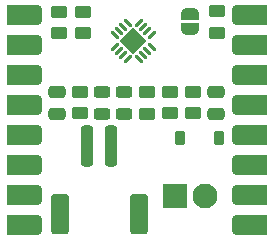
<source format=gbr>
%TF.GenerationSoftware,KiCad,Pcbnew,7.0.2-0*%
%TF.CreationDate,2023-05-31T14:29:31-07:00*%
%TF.ProjectId,SolaraCell,536f6c61-7261-4436-956c-6c2e6b696361,rev?*%
%TF.SameCoordinates,Original*%
%TF.FileFunction,Soldermask,Top*%
%TF.FilePolarity,Negative*%
%FSLAX46Y46*%
G04 Gerber Fmt 4.6, Leading zero omitted, Abs format (unit mm)*
G04 Created by KiCad (PCBNEW 7.0.2-0) date 2023-05-31 14:29:31*
%MOMM*%
%LPD*%
G01*
G04 APERTURE LIST*
G04 Aperture macros list*
%AMRoundRect*
0 Rectangle with rounded corners*
0 $1 Rounding radius*
0 $2 $3 $4 $5 $6 $7 $8 $9 X,Y pos of 4 corners*
0 Add a 4 corners polygon primitive as box body*
4,1,4,$2,$3,$4,$5,$6,$7,$8,$9,$2,$3,0*
0 Add four circle primitives for the rounded corners*
1,1,$1+$1,$2,$3*
1,1,$1+$1,$4,$5*
1,1,$1+$1,$6,$7*
1,1,$1+$1,$8,$9*
0 Add four rect primitives between the rounded corners*
20,1,$1+$1,$2,$3,$4,$5,0*
20,1,$1+$1,$4,$5,$6,$7,0*
20,1,$1+$1,$6,$7,$8,$9,0*
20,1,$1+$1,$8,$9,$2,$3,0*%
%AMRotRect*
0 Rectangle, with rotation*
0 The origin of the aperture is its center*
0 $1 length*
0 $2 width*
0 $3 Rotation angle, in degrees counterclockwise*
0 Add horizontal line*
21,1,$1,$2,0,0,$3*%
%AMFreePoly0*
4,1,15,-0.850000,0.850000,0.850000,0.850000,0.850000,-0.425000,0.829199,-0.556332,0.768832,-0.674809,0.674809,-0.768832,0.556332,-0.829199,0.425000,-0.850000,-0.425000,-0.850000,-0.556332,-0.829199,-0.674809,-0.768832,-0.768832,-0.674809,-0.829199,-0.556332,-0.850000,-0.425000,-0.850000,0.850000,-0.850000,0.850000,$1*%
%AMFreePoly1*
4,1,19,0.500000,-0.750000,0.000000,-0.750000,0.000000,-0.744911,-0.071157,-0.744911,-0.207708,-0.704816,-0.327430,-0.627875,-0.420627,-0.520320,-0.479746,-0.390866,-0.500000,-0.250000,-0.500000,0.250000,-0.479746,0.390866,-0.420627,0.520320,-0.327430,0.627875,-0.207708,0.704816,-0.071157,0.744911,0.000000,0.744911,0.000000,0.750000,0.500000,0.750000,0.500000,-0.750000,0.500000,-0.750000,
$1*%
%AMFreePoly2*
4,1,19,0.000000,0.744911,0.071157,0.744911,0.207708,0.704816,0.327430,0.627875,0.420627,0.520320,0.479746,0.390866,0.500000,0.250000,0.500000,-0.250000,0.479746,-0.390866,0.420627,-0.520320,0.327430,-0.627875,0.207708,-0.704816,0.071157,-0.744911,0.000000,-0.744911,0.000000,-0.750000,-0.500000,-0.750000,-0.500000,0.750000,0.000000,0.750000,0.000000,0.744911,0.000000,0.744911,
$1*%
G04 Aperture macros list end*
%ADD10R,1.700000X1.700000*%
%ADD11FreePoly0,270.000000*%
%ADD12FreePoly0,90.000000*%
%ADD13RoundRect,0.250000X0.475000X-0.250000X0.475000X0.250000X-0.475000X0.250000X-0.475000X-0.250000X0*%
%ADD14RoundRect,0.250000X-0.250000X-1.500000X0.250000X-1.500000X0.250000X1.500000X-0.250000X1.500000X0*%
%ADD15RoundRect,0.250001X-0.499999X-1.449999X0.499999X-1.449999X0.499999X1.449999X-0.499999X1.449999X0*%
%ADD16RoundRect,0.250000X0.450000X-0.262500X0.450000X0.262500X-0.450000X0.262500X-0.450000X-0.262500X0*%
%ADD17RoundRect,0.243750X-0.456250X0.243750X-0.456250X-0.243750X0.456250X-0.243750X0.456250X0.243750X0*%
%ADD18R,2.100000X2.100000*%
%ADD19C,2.100000*%
%ADD20RoundRect,0.250000X-0.450000X0.262500X-0.450000X-0.262500X0.450000X-0.262500X0.450000X0.262500X0*%
%ADD21RoundRect,0.225000X0.225000X0.375000X-0.225000X0.375000X-0.225000X-0.375000X0.225000X-0.375000X0*%
%ADD22RoundRect,0.062500X0.220971X0.309359X-0.309359X-0.220971X-0.220971X-0.309359X0.309359X0.220971X0*%
%ADD23RoundRect,0.062500X-0.220971X0.309359X-0.309359X0.220971X0.220971X-0.309359X0.309359X-0.220971X0*%
%ADD24RotRect,1.600000X1.600000X225.000000*%
%ADD25FreePoly1,270.000000*%
%ADD26FreePoly2,270.000000*%
G04 APERTURE END LIST*
D10*
%TO.C,REF\u002A\u002A*%
X139700000Y-68580000D03*
D11*
X138430000Y-68580000D03*
%TD*%
D10*
%TO.C,REF\u002A\u002A*%
X139700000Y-76200000D03*
D11*
X138430000Y-76200000D03*
%TD*%
D10*
%TO.C,REF\u002A\u002A*%
X119380000Y-78740000D03*
D12*
X120650000Y-78740000D03*
%TD*%
D10*
%TO.C,REF\u002A\u002A*%
X119380000Y-76200000D03*
D12*
X120650000Y-76200000D03*
%TD*%
D13*
%TO.C,C2*%
X122809065Y-69333653D03*
X122809065Y-67433653D03*
%TD*%
D10*
%TO.C,J6*%
X139700000Y-78740000D03*
D11*
X138430000Y-78740000D03*
%TD*%
D10*
%TO.C,REF\u002A\u002A*%
X119380000Y-73660000D03*
D12*
X120650000Y-73660000D03*
%TD*%
D14*
%TO.C,J2*%
X125368723Y-72046633D03*
X127368723Y-72046633D03*
D15*
X123018723Y-77796633D03*
X129718723Y-77796633D03*
%TD*%
D10*
%TO.C,J7*%
X119380000Y-66040000D03*
D12*
X120650000Y-66040000D03*
%TD*%
D16*
%TO.C,R4*%
X132383939Y-69269356D03*
X132383939Y-67444356D03*
%TD*%
D17*
%TO.C,D3*%
X126581534Y-67424529D03*
X126581534Y-69299529D03*
%TD*%
D10*
%TO.C,REF\u002A\u002A*%
X139700000Y-66040000D03*
D11*
X138430000Y-66040000D03*
%TD*%
D18*
%TO.C,J1*%
X132811970Y-76285747D03*
D19*
X135351970Y-76285747D03*
%TD*%
D20*
%TO.C,R8*%
X134302159Y-67437851D03*
X134302159Y-69262851D03*
%TD*%
D10*
%TO.C,REF\u002A\u002A*%
X139700000Y-71120000D03*
D11*
X138430000Y-71120000D03*
%TD*%
D20*
%TO.C,R3*%
X124774476Y-67449529D03*
X124774476Y-69274529D03*
%TD*%
%TO.C,R2*%
X130416986Y-67458653D03*
X130416986Y-69283653D03*
%TD*%
D10*
%TO.C,J14*%
X119380000Y-60960000D03*
D12*
X120650000Y-60960000D03*
%TD*%
D13*
%TO.C,C1*%
X136255278Y-69347487D03*
X136255278Y-67447487D03*
%TD*%
D17*
%TO.C,D2*%
X128511986Y-67433653D03*
X128511986Y-69308653D03*
%TD*%
D21*
%TO.C,D1*%
X136559234Y-71358777D03*
X133259234Y-71358777D03*
%TD*%
D22*
%TO.C,U1*%
X130810000Y-62655660D03*
X130456447Y-62302107D03*
X130102893Y-61948553D03*
X129749340Y-61595000D03*
D23*
X128777068Y-61595000D03*
X128423515Y-61948553D03*
X128069961Y-62302107D03*
X127716408Y-62655660D03*
D22*
X127716408Y-63627932D03*
X128069961Y-63981485D03*
X128423515Y-64335039D03*
X128777068Y-64688592D03*
D23*
X129749340Y-64688592D03*
X130102893Y-64335039D03*
X130456447Y-63981485D03*
X130810000Y-63627932D03*
D24*
X129263204Y-63141796D03*
%TD*%
D10*
%TO.C,J3*%
X139700000Y-73660000D03*
D11*
X138430000Y-73660000D03*
%TD*%
D10*
%TO.C,REF\u002A\u002A*%
X119380000Y-63500000D03*
D12*
X120650000Y-63500000D03*
%TD*%
D10*
%TO.C,REF\u002A\u002A*%
X139700000Y-63500000D03*
D11*
X138430000Y-63500000D03*
%TD*%
D10*
%TO.C,J4*%
X119380000Y-68580000D03*
D12*
X120650000Y-68580000D03*
%TD*%
D25*
%TO.C,JP1*%
X134035800Y-60868800D03*
D26*
X134035800Y-62168800D03*
%TD*%
D16*
%TO.C,R1*%
X136372600Y-62456700D03*
X136372600Y-60631700D03*
%TD*%
D10*
%TO.C,REF\u002A\u002A*%
X119380000Y-71120000D03*
D12*
X120650000Y-71120000D03*
%TD*%
D10*
%TO.C,J5*%
X139700000Y-60960000D03*
D11*
X138430000Y-60960000D03*
%TD*%
D16*
%TO.C,R5*%
X124968000Y-62507500D03*
X124968000Y-60682500D03*
%TD*%
D20*
%TO.C,R6*%
X122936000Y-60682500D03*
X122936000Y-62507500D03*
%TD*%
M02*

</source>
